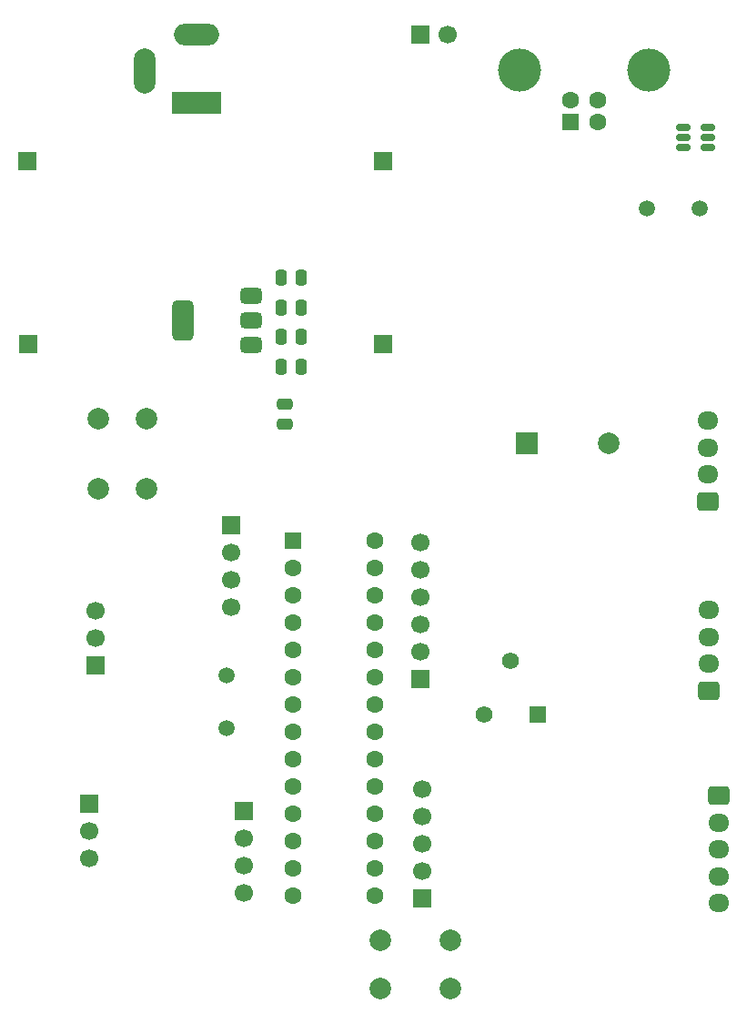
<source format=gbr>
%TF.GenerationSoftware,KiCad,Pcbnew,9.0.2*%
%TF.CreationDate,2025-09-24T13:25:18+05:30*%
%TF.ProjectId,UNO STEMc3.1,554e4f20-5354-4454-9d63-332e312e6b69,rev?*%
%TF.SameCoordinates,Original*%
%TF.FileFunction,Soldermask,Bot*%
%TF.FilePolarity,Negative*%
%FSLAX46Y46*%
G04 Gerber Fmt 4.6, Leading zero omitted, Abs format (unit mm)*
G04 Created by KiCad (PCBNEW 9.0.2) date 2025-09-24 13:25:18*
%MOMM*%
%LPD*%
G01*
G04 APERTURE LIST*
G04 Aperture macros list*
%AMRoundRect*
0 Rectangle with rounded corners*
0 $1 Rounding radius*
0 $2 $3 $4 $5 $6 $7 $8 $9 X,Y pos of 4 corners*
0 Add a 4 corners polygon primitive as box body*
4,1,4,$2,$3,$4,$5,$6,$7,$8,$9,$2,$3,0*
0 Add four circle primitives for the rounded corners*
1,1,$1+$1,$2,$3*
1,1,$1+$1,$4,$5*
1,1,$1+$1,$6,$7*
1,1,$1+$1,$8,$9*
0 Add four rect primitives between the rounded corners*
20,1,$1+$1,$2,$3,$4,$5,0*
20,1,$1+$1,$4,$5,$6,$7,0*
20,1,$1+$1,$6,$7,$8,$9,0*
20,1,$1+$1,$8,$9,$2,$3,0*%
G04 Aperture macros list end*
%ADD10RoundRect,0.250000X0.725000X-0.600000X0.725000X0.600000X-0.725000X0.600000X-0.725000X-0.600000X0*%
%ADD11O,1.950000X1.700000*%
%ADD12RoundRect,0.250000X-0.550000X-0.550000X0.550000X-0.550000X0.550000X0.550000X-0.550000X0.550000X0*%
%ADD13C,1.600000*%
%ADD14R,1.700000X1.700000*%
%ADD15C,1.700000*%
%ADD16R,1.600000X1.600000*%
%ADD17C,4.000000*%
%ADD18R,4.600000X2.000000*%
%ADD19O,4.200000X2.000000*%
%ADD20O,2.000000X4.200000*%
%ADD21C,1.500000*%
%ADD22C,2.000000*%
%ADD23RoundRect,0.250000X-0.725000X0.600000X-0.725000X-0.600000X0.725000X-0.600000X0.725000X0.600000X0*%
%ADD24R,2.000000X2.000000*%
%ADD25R,1.560000X1.560000*%
%ADD26C,1.560000*%
%ADD27RoundRect,0.250000X-0.250000X-0.475000X0.250000X-0.475000X0.250000X0.475000X-0.250000X0.475000X0*%
%ADD28RoundRect,0.375000X0.625000X0.375000X-0.625000X0.375000X-0.625000X-0.375000X0.625000X-0.375000X0*%
%ADD29RoundRect,0.500000X0.500000X1.400000X-0.500000X1.400000X-0.500000X-1.400000X0.500000X-1.400000X0*%
%ADD30RoundRect,0.150000X0.512500X0.150000X-0.512500X0.150000X-0.512500X-0.150000X0.512500X-0.150000X0*%
%ADD31RoundRect,0.250000X-0.475000X0.250000X-0.475000X-0.250000X0.475000X-0.250000X0.475000X0.250000X0*%
G04 APERTURE END LIST*
D10*
%TO.C,J4*%
X127732114Y-130400000D03*
D11*
X127732114Y-127900000D03*
X127732114Y-125400000D03*
X127732114Y-122900000D03*
%TD*%
D12*
%TO.C,U6*%
X89130000Y-134060000D03*
D13*
X89130000Y-136600000D03*
X89130000Y-139140000D03*
X89130000Y-141680000D03*
X89130000Y-144220000D03*
X89130000Y-146760000D03*
X89130000Y-149300000D03*
X89130000Y-151840000D03*
X89130000Y-154380000D03*
X89130000Y-156920000D03*
X89130000Y-159460000D03*
X89130000Y-162000000D03*
X89130000Y-164540000D03*
X89130000Y-167080000D03*
X96750000Y-167080000D03*
X96750000Y-164540000D03*
X96750000Y-162000000D03*
X96750000Y-159460000D03*
X96750000Y-156920000D03*
X96750000Y-154380000D03*
X96750000Y-151840000D03*
X96750000Y-149300000D03*
X96750000Y-146760000D03*
X96750000Y-144220000D03*
X96750000Y-141680000D03*
X96750000Y-139140000D03*
X96750000Y-136600000D03*
X96750000Y-134060000D03*
%TD*%
D14*
%TO.C,J6*%
X84600000Y-159180000D03*
D15*
X84600000Y-161720000D03*
X84600000Y-164260000D03*
X84600000Y-166800000D03*
%TD*%
D14*
%TO.C,J15*%
X97500000Y-98750000D03*
%TD*%
%TO.C,J7*%
X101200000Y-167360000D03*
D15*
X101200000Y-164820000D03*
X101200000Y-162280000D03*
X101200000Y-159740000D03*
X101200000Y-157200000D03*
%TD*%
D14*
%TO.C,J14*%
X64500000Y-115750000D03*
%TD*%
D16*
%TO.C,J2*%
X115000000Y-95110000D03*
D13*
X117500000Y-95110000D03*
X117500000Y-93110000D03*
X115000000Y-93110000D03*
D17*
X110250000Y-90250000D03*
X122250000Y-90250000D03*
%TD*%
D14*
%TO.C,J9*%
X100960000Y-87000000D03*
D15*
X103500000Y-87000000D03*
%TD*%
D18*
%TO.C,J1*%
X80150000Y-93300000D03*
D19*
X80150000Y-87000000D03*
D20*
X75350000Y-90400000D03*
%TD*%
D21*
%TO.C,Y1*%
X122100000Y-103120000D03*
X126980000Y-103120000D03*
%TD*%
D22*
%TO.C,SW2*%
X97250000Y-171250000D03*
X103750000Y-171250000D03*
X97250000Y-175750000D03*
X103750000Y-175750000D03*
%TD*%
D14*
%TO.C,J12*%
X97500000Y-115750000D03*
%TD*%
%TO.C,J17*%
X64388474Y-98750000D03*
%TD*%
%TO.C,J10*%
X70800000Y-145680000D03*
D15*
X70800000Y-143140000D03*
X70800000Y-140600000D03*
%TD*%
D23*
%TO.C,J11*%
X128800000Y-157800000D03*
D11*
X128800000Y-160300000D03*
X128800000Y-162800000D03*
X128800000Y-165300000D03*
X128800000Y-167800000D03*
%TD*%
D21*
%TO.C,Y2*%
X83000000Y-151500000D03*
X83000000Y-146620000D03*
%TD*%
D24*
%TO.C,BZ1*%
X110900000Y-125000000D03*
D22*
X118500000Y-125000000D03*
%TD*%
D14*
%TO.C,J5*%
X83400000Y-132590000D03*
D15*
X83400000Y-135130000D03*
X83400000Y-137670000D03*
X83400000Y-140210000D03*
%TD*%
D22*
%TO.C,SW1*%
X75500000Y-122750000D03*
X75500000Y-129250000D03*
X71000000Y-122750000D03*
X71000000Y-129250000D03*
%TD*%
D10*
%TO.C,J16*%
X127800000Y-148000000D03*
D11*
X127800000Y-145500000D03*
X127800000Y-143000000D03*
X127800000Y-140500000D03*
%TD*%
D14*
%TO.C,J8*%
X101000000Y-146960000D03*
D15*
X101000000Y-144420000D03*
X101000000Y-141880000D03*
X101000000Y-139340000D03*
X101000000Y-136800000D03*
X101000000Y-134260000D03*
%TD*%
D14*
%TO.C,J13*%
X70200000Y-158520000D03*
D15*
X70200000Y-161060000D03*
X70200000Y-163600000D03*
%TD*%
D25*
%TO.C,RV1*%
X111900000Y-150200000D03*
D26*
X109400000Y-145200000D03*
X106900000Y-150200000D03*
%TD*%
D27*
%TO.C,C6*%
X88030000Y-115120000D03*
X89930000Y-115120000D03*
%TD*%
%TO.C,C4*%
X88030000Y-117870000D03*
X89930000Y-117870000D03*
%TD*%
D28*
%TO.C,U3*%
X85230000Y-111270000D03*
X85230000Y-113570000D03*
D29*
X78930000Y-113570000D03*
D28*
X85230000Y-115870000D03*
%TD*%
D30*
%TO.C,U4*%
X127750000Y-95600000D03*
X127750000Y-96550000D03*
X127750000Y-97500000D03*
X125475000Y-97500000D03*
X125475000Y-96550000D03*
X125475000Y-95600000D03*
%TD*%
D31*
%TO.C,C3*%
X88350000Y-121325000D03*
X88350000Y-123225000D03*
%TD*%
D27*
%TO.C,C13*%
X88030000Y-109620000D03*
X89930000Y-109620000D03*
%TD*%
%TO.C,C11*%
X88030000Y-112370000D03*
X89930000Y-112370000D03*
%TD*%
M02*

</source>
